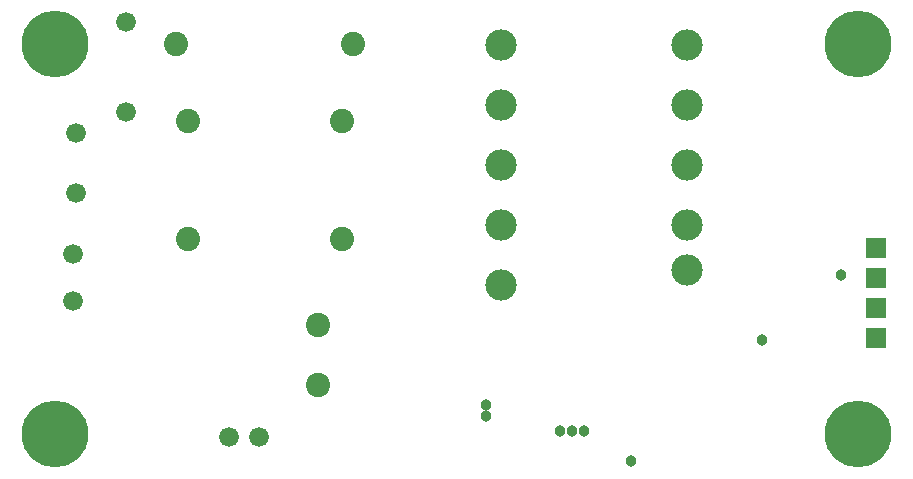
<source format=gbr>
%FSLAX35Y35*%
%MOIN*%
G04 EasyPC Gerber Version 18.0.9 Build 3640 *
%ADD26R,0.06600X0.06600*%
%ADD72C,0.03800*%
%ADD28C,0.06600*%
%ADD27C,0.06600*%
%ADD29C,0.08080*%
%ADD25C,0.08100*%
%ADD24C,0.08100*%
%ADD23C,0.10443*%
%ADD22C,0.22254*%
X0Y0D02*
D02*
D22*
X15998Y15998D03*
Y145919D03*
X283715Y15998D03*
Y145919D03*
D02*
D23*
X164596Y65715D03*
Y85715D03*
Y105715D03*
Y125715D03*
Y145715D03*
X226596Y70715D03*
Y85715D03*
Y105715D03*
Y125715D03*
Y145715D03*
D02*
D24*
X103596Y52415D03*
D02*
D25*
Y32415D03*
D02*
D26*
X289620Y48006D03*
Y58006D03*
Y68006D03*
Y78006D03*
D02*
D27*
X22888Y96392D03*
Y116392D03*
X39620Y123281D03*
Y153281D03*
X73911Y15014D03*
X83911D03*
D02*
D28*
X21904Y60289D03*
Y76037D03*
D02*
D29*
X56352Y145919D03*
X60289Y80959D03*
Y120329D03*
X111470Y80959D03*
Y120329D03*
X115407Y145919D03*
D02*
D72*
X159699Y21904D03*
Y25841D03*
X184305Y16982D03*
X188242D03*
X192179D03*
X207927Y7140D03*
X251628Y47494D03*
X277809Y69148D03*
X0Y0D02*
M02*

</source>
